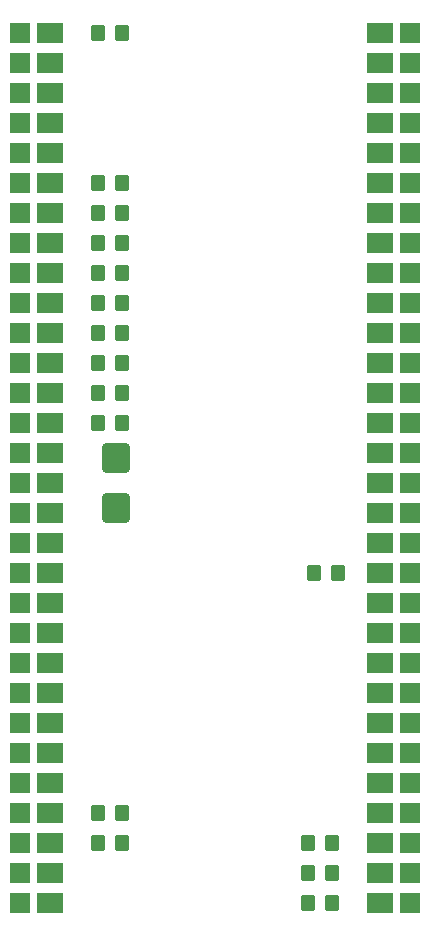
<source format=gbs>
%TF.GenerationSoftware,KiCad,Pcbnew,8.0.4*%
%TF.CreationDate,2024-08-07T10:54:24+02:00*%
%TF.ProjectId,DCJ11_Carrier,44434a31-315f-4436-9172-726965722e6b,rev?*%
%TF.SameCoordinates,Original*%
%TF.FileFunction,Soldermask,Bot*%
%TF.FilePolarity,Negative*%
%FSLAX46Y46*%
G04 Gerber Fmt 4.6, Leading zero omitted, Abs format (unit mm)*
G04 Created by KiCad (PCBNEW 8.0.4) date 2024-08-07 10:54:24*
%MOMM*%
%LPD*%
G01*
G04 APERTURE LIST*
G04 Aperture macros list*
%AMRoundRect*
0 Rectangle with rounded corners*
0 $1 Rounding radius*
0 $2 $3 $4 $5 $6 $7 $8 $9 X,Y pos of 4 corners*
0 Add a 4 corners polygon primitive as box body*
4,1,4,$2,$3,$4,$5,$6,$7,$8,$9,$2,$3,0*
0 Add four circle primitives for the rounded corners*
1,1,$1+$1,$2,$3*
1,1,$1+$1,$4,$5*
1,1,$1+$1,$6,$7*
1,1,$1+$1,$8,$9*
0 Add four rect primitives between the rounded corners*
20,1,$1+$1,$2,$3,$4,$5,0*
20,1,$1+$1,$4,$5,$6,$7,0*
20,1,$1+$1,$6,$7,$8,$9,0*
20,1,$1+$1,$8,$9,$2,$3,0*%
G04 Aperture macros list end*
%ADD10RoundRect,0.250000X0.900000X-1.000000X0.900000X1.000000X-0.900000X1.000000X-0.900000X-1.000000X0*%
%ADD11RoundRect,0.250000X0.350000X0.450000X-0.350000X0.450000X-0.350000X-0.450000X0.350000X-0.450000X0*%
%ADD12RoundRect,0.250000X-0.350000X-0.450000X0.350000X-0.450000X0.350000X0.450000X-0.350000X0.450000X0*%
%ADD13R,1.700000X1.700000*%
%ADD14R,2.200000X1.800000*%
G04 APERTURE END LIST*
D10*
%TO.C,D4*%
X127508000Y-89290000D03*
X127508000Y-93590000D03*
%TD*%
D11*
%TO.C,R19*%
X145780000Y-127000000D03*
X143780000Y-127000000D03*
%TD*%
D12*
%TO.C,R18*%
X126000000Y-121920000D03*
X128000000Y-121920000D03*
%TD*%
D11*
%TO.C,R17*%
X146288000Y-99060000D03*
X144288000Y-99060000D03*
%TD*%
%TO.C,R16*%
X145780000Y-121920000D03*
X143780000Y-121920000D03*
%TD*%
%TO.C,R15*%
X145780000Y-124460000D03*
X143780000Y-124460000D03*
%TD*%
D12*
%TO.C,R14*%
X126000000Y-119380000D03*
X128000000Y-119380000D03*
%TD*%
%TO.C,R13*%
X126000000Y-73660000D03*
X128000000Y-73660000D03*
%TD*%
%TO.C,R12*%
X126000000Y-86360000D03*
X128000000Y-86360000D03*
%TD*%
%TO.C,R11*%
X126000000Y-71120000D03*
X128000000Y-71120000D03*
%TD*%
%TO.C,R10*%
X126000000Y-68580000D03*
X128000000Y-68580000D03*
%TD*%
%TO.C,R9*%
X126000000Y-66040000D03*
X128000000Y-66040000D03*
%TD*%
%TO.C,R8*%
X128000000Y-53340000D03*
X126000000Y-53340000D03*
%TD*%
%TO.C,R7*%
X126000000Y-83820000D03*
X128000000Y-83820000D03*
%TD*%
%TO.C,R6*%
X126000000Y-81280000D03*
X128000000Y-81280000D03*
%TD*%
%TO.C,R5*%
X128000000Y-78740000D03*
X126000000Y-78740000D03*
%TD*%
%TO.C,R4*%
X126000000Y-76200000D03*
X128000000Y-76200000D03*
%TD*%
D13*
%TO.C,J1*%
X119380000Y-127000000D03*
X119380000Y-124460000D03*
X119380000Y-121920000D03*
X119380000Y-119380000D03*
X119380000Y-116840000D03*
X119380000Y-114300000D03*
X119380000Y-111760000D03*
X119380000Y-109220000D03*
X119380000Y-106680000D03*
X119380000Y-104140000D03*
X119380000Y-101600000D03*
X119380000Y-99060000D03*
X119380000Y-96520000D03*
X119380000Y-93980000D03*
X119380000Y-91440000D03*
X119380000Y-88900000D03*
X119380000Y-86360000D03*
X119380000Y-83820000D03*
X119380000Y-81280000D03*
X119380000Y-78740000D03*
X119380000Y-76200000D03*
X119380000Y-73660000D03*
X119380000Y-71120000D03*
X119380000Y-68580000D03*
X119380000Y-66040000D03*
X119380000Y-63500000D03*
X119380000Y-60960000D03*
X119380000Y-58420000D03*
X119380000Y-55880000D03*
X119380000Y-53340000D03*
%TD*%
%TO.C,J2*%
X152400000Y-127000000D03*
X152400000Y-124460000D03*
X152400000Y-121920000D03*
X152400000Y-119380000D03*
X152400000Y-116840000D03*
X152400000Y-114300000D03*
X152400000Y-111760000D03*
X152400000Y-109220000D03*
X152400000Y-106680000D03*
X152400000Y-104140000D03*
X152400000Y-101600000D03*
X152400000Y-99060000D03*
X152400000Y-96520000D03*
X152400000Y-93980000D03*
X152400000Y-91440000D03*
X152400000Y-88900000D03*
X152400000Y-86360000D03*
X152400000Y-83820000D03*
X152400000Y-81280000D03*
X152400000Y-78740000D03*
X152400000Y-76200000D03*
X152400000Y-73660000D03*
X152400000Y-71120000D03*
X152400000Y-68580000D03*
X152400000Y-66040000D03*
X152400000Y-63500000D03*
X152400000Y-60960000D03*
X152400000Y-58420000D03*
X152400000Y-55880000D03*
X152400000Y-53340000D03*
%TD*%
D14*
%TO.C,J4*%
X149860000Y-127000000D03*
X149860000Y-124460000D03*
X149860000Y-121920000D03*
X149860000Y-119380000D03*
X149860000Y-116840000D03*
X149860000Y-114300000D03*
X149860000Y-111760000D03*
X149860000Y-109220000D03*
X149860000Y-106680000D03*
X149860000Y-104140000D03*
X149860000Y-101600000D03*
X149860000Y-99060000D03*
X149860000Y-96520000D03*
X149860000Y-93980000D03*
X149860000Y-91440000D03*
X149860000Y-88900000D03*
X149860000Y-86360000D03*
X149860000Y-83820000D03*
X149860000Y-81280000D03*
X149860000Y-78740000D03*
X149860000Y-76200000D03*
X149860000Y-73660000D03*
X149860000Y-71120000D03*
X149860000Y-68580000D03*
X149860000Y-66040000D03*
X149860000Y-63500000D03*
X149860000Y-60960000D03*
X149860000Y-58420000D03*
X149860000Y-55880000D03*
X149860000Y-53340000D03*
%TD*%
%TO.C,J3*%
X121920000Y-127000000D03*
X121920000Y-124460000D03*
X121920000Y-121920000D03*
X121920000Y-119380000D03*
X121920000Y-116840000D03*
X121920000Y-114300000D03*
X121920000Y-111760000D03*
X121920000Y-109220000D03*
X121920000Y-106680000D03*
X121920000Y-104140000D03*
X121920000Y-101600000D03*
X121920000Y-99060000D03*
X121920000Y-96520000D03*
X121920000Y-93980000D03*
X121920000Y-91440000D03*
X121920000Y-88900000D03*
X121920000Y-86360000D03*
X121920000Y-83820000D03*
X121920000Y-81280000D03*
X121920000Y-78740000D03*
X121920000Y-76200000D03*
X121920000Y-73660000D03*
X121920000Y-71120000D03*
X121920000Y-68580000D03*
X121920000Y-66040000D03*
X121920000Y-63500000D03*
X121920000Y-60960000D03*
X121920000Y-58420000D03*
X121920000Y-55880000D03*
X121920000Y-53340000D03*
%TD*%
M02*

</source>
